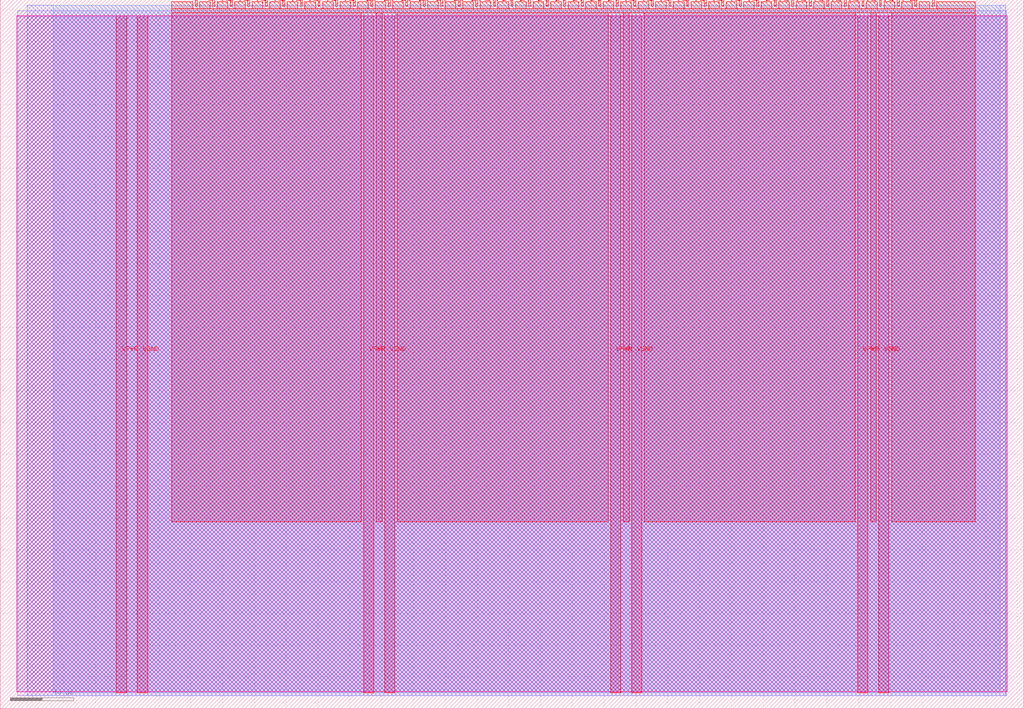
<source format=lef>
VERSION 5.7 ;
  NOWIREEXTENSIONATPIN ON ;
  DIVIDERCHAR "/" ;
  BUSBITCHARS "[]" ;
MACRO tt_um_wokwi_445338187869298689
  CLASS BLOCK ;
  FOREIGN tt_um_wokwi_445338187869298689 ;
  ORIGIN 0.000 0.000 ;
  SIZE 161.000 BY 111.520 ;
  PIN VGND
    DIRECTION INOUT ;
    USE GROUND ;
    PORT
      LAYER met4 ;
        RECT 21.580 2.480 23.180 109.040 ;
    END
    PORT
      LAYER met4 ;
        RECT 60.450 2.480 62.050 109.040 ;
    END
    PORT
      LAYER met4 ;
        RECT 99.320 2.480 100.920 109.040 ;
    END
    PORT
      LAYER met4 ;
        RECT 138.190 2.480 139.790 109.040 ;
    END
  END VGND
  PIN VPWR
    DIRECTION INOUT ;
    USE POWER ;
    PORT
      LAYER met4 ;
        RECT 18.280 2.480 19.880 109.040 ;
    END
    PORT
      LAYER met4 ;
        RECT 57.150 2.480 58.750 109.040 ;
    END
    PORT
      LAYER met4 ;
        RECT 96.020 2.480 97.620 109.040 ;
    END
    PORT
      LAYER met4 ;
        RECT 134.890 2.480 136.490 109.040 ;
    END
  END VPWR
  PIN clk
    DIRECTION INPUT ;
    USE SIGNAL ;
    ANTENNAGATEAREA 0.852000 ;
    PORT
      LAYER met4 ;
        RECT 143.830 110.520 144.130 111.520 ;
    END
  END clk
  PIN ena
    DIRECTION INPUT ;
    USE SIGNAL ;
    PORT
      LAYER met4 ;
        RECT 146.590 110.520 146.890 111.520 ;
    END
  END ena
  PIN rst_n
    DIRECTION INPUT ;
    USE SIGNAL ;
    ANTENNAGATEAREA 0.196500 ;
    PORT
      LAYER met4 ;
        RECT 141.070 110.520 141.370 111.520 ;
    END
  END rst_n
  PIN ui_in[0]
    DIRECTION INPUT ;
    USE SIGNAL ;
    ANTENNAGATEAREA 0.196500 ;
    PORT
      LAYER met4 ;
        RECT 138.310 110.520 138.610 111.520 ;
    END
  END ui_in[0]
  PIN ui_in[1]
    DIRECTION INPUT ;
    USE SIGNAL ;
    ANTENNAGATEAREA 0.196500 ;
    PORT
      LAYER met4 ;
        RECT 135.550 110.520 135.850 111.520 ;
    END
  END ui_in[1]
  PIN ui_in[2]
    DIRECTION INPUT ;
    USE SIGNAL ;
    ANTENNAGATEAREA 0.196500 ;
    PORT
      LAYER met4 ;
        RECT 132.790 110.520 133.090 111.520 ;
    END
  END ui_in[2]
  PIN ui_in[3]
    DIRECTION INPUT ;
    USE SIGNAL ;
    ANTENNAGATEAREA 0.196500 ;
    PORT
      LAYER met4 ;
        RECT 130.030 110.520 130.330 111.520 ;
    END
  END ui_in[3]
  PIN ui_in[4]
    DIRECTION INPUT ;
    USE SIGNAL ;
    ANTENNAGATEAREA 0.196500 ;
    PORT
      LAYER met4 ;
        RECT 127.270 110.520 127.570 111.520 ;
    END
  END ui_in[4]
  PIN ui_in[5]
    DIRECTION INPUT ;
    USE SIGNAL ;
    ANTENNAGATEAREA 0.196500 ;
    PORT
      LAYER met4 ;
        RECT 124.510 110.520 124.810 111.520 ;
    END
  END ui_in[5]
  PIN ui_in[6]
    DIRECTION INPUT ;
    USE SIGNAL ;
    ANTENNAGATEAREA 0.196500 ;
    PORT
      LAYER met4 ;
        RECT 121.750 110.520 122.050 111.520 ;
    END
  END ui_in[6]
  PIN ui_in[7]
    DIRECTION INPUT ;
    USE SIGNAL ;
    ANTENNAGATEAREA 0.196500 ;
    PORT
      LAYER met4 ;
        RECT 118.990 110.520 119.290 111.520 ;
    END
  END ui_in[7]
  PIN uio_in[0]
    DIRECTION INPUT ;
    USE SIGNAL ;
    ANTENNAGATEAREA 0.196500 ;
    PORT
      LAYER met4 ;
        RECT 116.230 110.520 116.530 111.520 ;
    END
  END uio_in[0]
  PIN uio_in[1]
    DIRECTION INPUT ;
    USE SIGNAL ;
    ANTENNAGATEAREA 0.196500 ;
    PORT
      LAYER met4 ;
        RECT 113.470 110.520 113.770 111.520 ;
    END
  END uio_in[1]
  PIN uio_in[2]
    DIRECTION INPUT ;
    USE SIGNAL ;
    ANTENNAGATEAREA 0.196500 ;
    PORT
      LAYER met4 ;
        RECT 110.710 110.520 111.010 111.520 ;
    END
  END uio_in[2]
  PIN uio_in[3]
    DIRECTION INPUT ;
    USE SIGNAL ;
    ANTENNAGATEAREA 0.213000 ;
    PORT
      LAYER met4 ;
        RECT 107.950 110.520 108.250 111.520 ;
    END
  END uio_in[3]
  PIN uio_in[4]
    DIRECTION INPUT ;
    USE SIGNAL ;
    PORT
      LAYER met4 ;
        RECT 105.190 110.520 105.490 111.520 ;
    END
  END uio_in[4]
  PIN uio_in[5]
    DIRECTION INPUT ;
    USE SIGNAL ;
    PORT
      LAYER met4 ;
        RECT 102.430 110.520 102.730 111.520 ;
    END
  END uio_in[5]
  PIN uio_in[6]
    DIRECTION INPUT ;
    USE SIGNAL ;
    PORT
      LAYER met4 ;
        RECT 99.670 110.520 99.970 111.520 ;
    END
  END uio_in[6]
  PIN uio_in[7]
    DIRECTION INPUT ;
    USE SIGNAL ;
    PORT
      LAYER met4 ;
        RECT 96.910 110.520 97.210 111.520 ;
    END
  END uio_in[7]
  PIN uio_oe[0]
    DIRECTION OUTPUT ;
    USE SIGNAL ;
    PORT
      LAYER met4 ;
        RECT 49.990 110.520 50.290 111.520 ;
    END
  END uio_oe[0]
  PIN uio_oe[1]
    DIRECTION OUTPUT ;
    USE SIGNAL ;
    PORT
      LAYER met4 ;
        RECT 47.230 110.520 47.530 111.520 ;
    END
  END uio_oe[1]
  PIN uio_oe[2]
    DIRECTION OUTPUT ;
    USE SIGNAL ;
    PORT
      LAYER met4 ;
        RECT 44.470 110.520 44.770 111.520 ;
    END
  END uio_oe[2]
  PIN uio_oe[3]
    DIRECTION OUTPUT ;
    USE SIGNAL ;
    PORT
      LAYER met4 ;
        RECT 41.710 110.520 42.010 111.520 ;
    END
  END uio_oe[3]
  PIN uio_oe[4]
    DIRECTION OUTPUT ;
    USE SIGNAL ;
    PORT
      LAYER met4 ;
        RECT 38.950 110.520 39.250 111.520 ;
    END
  END uio_oe[4]
  PIN uio_oe[5]
    DIRECTION OUTPUT ;
    USE SIGNAL ;
    PORT
      LAYER met4 ;
        RECT 36.190 110.520 36.490 111.520 ;
    END
  END uio_oe[5]
  PIN uio_oe[6]
    DIRECTION OUTPUT ;
    USE SIGNAL ;
    PORT
      LAYER met4 ;
        RECT 33.430 110.520 33.730 111.520 ;
    END
  END uio_oe[6]
  PIN uio_oe[7]
    DIRECTION OUTPUT ;
    USE SIGNAL ;
    PORT
      LAYER met4 ;
        RECT 30.670 110.520 30.970 111.520 ;
    END
  END uio_oe[7]
  PIN uio_out[0]
    DIRECTION OUTPUT ;
    USE SIGNAL ;
    PORT
      LAYER met4 ;
        RECT 72.070 110.520 72.370 111.520 ;
    END
  END uio_out[0]
  PIN uio_out[1]
    DIRECTION OUTPUT ;
    USE SIGNAL ;
    PORT
      LAYER met4 ;
        RECT 69.310 110.520 69.610 111.520 ;
    END
  END uio_out[1]
  PIN uio_out[2]
    DIRECTION OUTPUT ;
    USE SIGNAL ;
    PORT
      LAYER met4 ;
        RECT 66.550 110.520 66.850 111.520 ;
    END
  END uio_out[2]
  PIN uio_out[3]
    DIRECTION OUTPUT ;
    USE SIGNAL ;
    PORT
      LAYER met4 ;
        RECT 63.790 110.520 64.090 111.520 ;
    END
  END uio_out[3]
  PIN uio_out[4]
    DIRECTION OUTPUT ;
    USE SIGNAL ;
    ANTENNADIFFAREA 0.445500 ;
    PORT
      LAYER met4 ;
        RECT 61.030 110.520 61.330 111.520 ;
    END
  END uio_out[4]
  PIN uio_out[5]
    DIRECTION OUTPUT ;
    USE SIGNAL ;
    ANTENNADIFFAREA 0.445500 ;
    PORT
      LAYER met4 ;
        RECT 58.270 110.520 58.570 111.520 ;
    END
  END uio_out[5]
  PIN uio_out[6]
    DIRECTION OUTPUT ;
    USE SIGNAL ;
    ANTENNADIFFAREA 0.445500 ;
    PORT
      LAYER met4 ;
        RECT 55.510 110.520 55.810 111.520 ;
    END
  END uio_out[6]
  PIN uio_out[7]
    DIRECTION OUTPUT ;
    USE SIGNAL ;
    ANTENNADIFFAREA 0.445500 ;
    PORT
      LAYER met4 ;
        RECT 52.750 110.520 53.050 111.520 ;
    END
  END uio_out[7]
  PIN uo_out[0]
    DIRECTION OUTPUT ;
    USE SIGNAL ;
    ANTENNADIFFAREA 0.445500 ;
    PORT
      LAYER met4 ;
        RECT 94.150 110.520 94.450 111.520 ;
    END
  END uo_out[0]
  PIN uo_out[1]
    DIRECTION OUTPUT ;
    USE SIGNAL ;
    ANTENNADIFFAREA 0.445500 ;
    PORT
      LAYER met4 ;
        RECT 91.390 110.520 91.690 111.520 ;
    END
  END uo_out[1]
  PIN uo_out[2]
    DIRECTION OUTPUT ;
    USE SIGNAL ;
    ANTENNADIFFAREA 0.445500 ;
    PORT
      LAYER met4 ;
        RECT 88.630 110.520 88.930 111.520 ;
    END
  END uo_out[2]
  PIN uo_out[3]
    DIRECTION OUTPUT ;
    USE SIGNAL ;
    ANTENNADIFFAREA 0.445500 ;
    PORT
      LAYER met4 ;
        RECT 85.870 110.520 86.170 111.520 ;
    END
  END uo_out[3]
  PIN uo_out[4]
    DIRECTION OUTPUT ;
    USE SIGNAL ;
    ANTENNADIFFAREA 0.445500 ;
    PORT
      LAYER met4 ;
        RECT 83.110 110.520 83.410 111.520 ;
    END
  END uo_out[4]
  PIN uo_out[5]
    DIRECTION OUTPUT ;
    USE SIGNAL ;
    ANTENNADIFFAREA 0.795200 ;
    PORT
      LAYER met4 ;
        RECT 80.350 110.520 80.650 111.520 ;
    END
  END uo_out[5]
  PIN uo_out[6]
    DIRECTION OUTPUT ;
    USE SIGNAL ;
    ANTENNADIFFAREA 0.795200 ;
    PORT
      LAYER met4 ;
        RECT 77.590 110.520 77.890 111.520 ;
    END
  END uo_out[6]
  PIN uo_out[7]
    DIRECTION OUTPUT ;
    USE SIGNAL ;
    ANTENNADIFFAREA 0.795200 ;
    PORT
      LAYER met4 ;
        RECT 74.830 110.520 75.130 111.520 ;
    END
  END uo_out[7]
  OBS
      LAYER nwell ;
        RECT 2.570 2.635 158.430 108.990 ;
      LAYER li1 ;
        RECT 2.760 2.635 158.240 108.885 ;
      LAYER met1 ;
        RECT 2.760 2.080 158.240 109.780 ;
      LAYER met2 ;
        RECT 4.240 2.050 158.140 110.685 ;
      LAYER met3 ;
        RECT 8.345 2.555 157.255 110.665 ;
      LAYER met4 ;
        RECT 26.975 110.120 30.270 111.170 ;
        RECT 31.370 110.120 33.030 111.170 ;
        RECT 34.130 110.120 35.790 111.170 ;
        RECT 36.890 110.120 38.550 111.170 ;
        RECT 39.650 110.120 41.310 111.170 ;
        RECT 42.410 110.120 44.070 111.170 ;
        RECT 45.170 110.120 46.830 111.170 ;
        RECT 47.930 110.120 49.590 111.170 ;
        RECT 50.690 110.120 52.350 111.170 ;
        RECT 53.450 110.120 55.110 111.170 ;
        RECT 56.210 110.120 57.870 111.170 ;
        RECT 58.970 110.120 60.630 111.170 ;
        RECT 61.730 110.120 63.390 111.170 ;
        RECT 64.490 110.120 66.150 111.170 ;
        RECT 67.250 110.120 68.910 111.170 ;
        RECT 70.010 110.120 71.670 111.170 ;
        RECT 72.770 110.120 74.430 111.170 ;
        RECT 75.530 110.120 77.190 111.170 ;
        RECT 78.290 110.120 79.950 111.170 ;
        RECT 81.050 110.120 82.710 111.170 ;
        RECT 83.810 110.120 85.470 111.170 ;
        RECT 86.570 110.120 88.230 111.170 ;
        RECT 89.330 110.120 90.990 111.170 ;
        RECT 92.090 110.120 93.750 111.170 ;
        RECT 94.850 110.120 96.510 111.170 ;
        RECT 97.610 110.120 99.270 111.170 ;
        RECT 100.370 110.120 102.030 111.170 ;
        RECT 103.130 110.120 104.790 111.170 ;
        RECT 105.890 110.120 107.550 111.170 ;
        RECT 108.650 110.120 110.310 111.170 ;
        RECT 111.410 110.120 113.070 111.170 ;
        RECT 114.170 110.120 115.830 111.170 ;
        RECT 116.930 110.120 118.590 111.170 ;
        RECT 119.690 110.120 121.350 111.170 ;
        RECT 122.450 110.120 124.110 111.170 ;
        RECT 125.210 110.120 126.870 111.170 ;
        RECT 127.970 110.120 129.630 111.170 ;
        RECT 130.730 110.120 132.390 111.170 ;
        RECT 133.490 110.120 135.150 111.170 ;
        RECT 136.250 110.120 137.910 111.170 ;
        RECT 139.010 110.120 140.670 111.170 ;
        RECT 141.770 110.120 143.430 111.170 ;
        RECT 144.530 110.120 146.190 111.170 ;
        RECT 147.290 110.120 153.345 111.170 ;
        RECT 26.975 109.440 153.345 110.120 ;
        RECT 26.975 29.415 56.750 109.440 ;
        RECT 59.150 29.415 60.050 109.440 ;
        RECT 62.450 29.415 95.620 109.440 ;
        RECT 98.020 29.415 98.920 109.440 ;
        RECT 101.320 29.415 134.490 109.440 ;
        RECT 136.890 29.415 137.790 109.440 ;
        RECT 140.190 29.415 153.345 109.440 ;
  END
END tt_um_wokwi_445338187869298689
END LIBRARY


</source>
